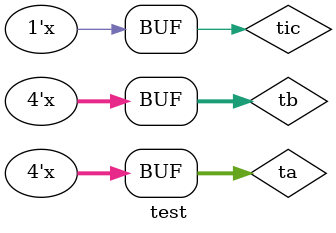
<source format=v>
`timescale 1ns/1ps
module test();
    reg[3:0] ta;
    reg[3:0] tb;
    reg tic;
    reg [1:0] to;
    wire[3:0] ts;
    wire rc;
    alu4 test(.A(ta),.B(tb),.C1(tic),.O(to),.S(ts),.C2(tc));

    initial begin
        ta <= 0;
        tb <= 0;
        tic <= 0;
        to <= 0;
    end
    always #5 begin
        tb <= tb+2;
        ta <= ta+1;
        tic <=tic+1;
        to <=tp+1;
    end
endmodule
</source>
